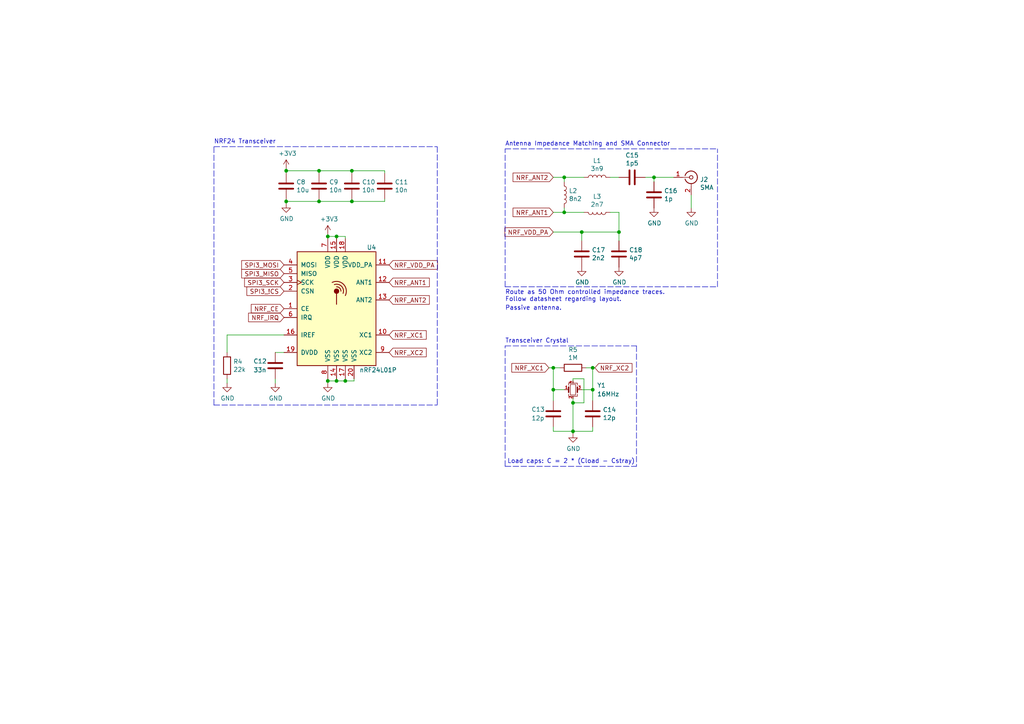
<source format=kicad_sch>
(kicad_sch (version 20211123) (generator eeschema)
  (paper "A4")
  (title_block (date "2022-07-17") (rev "1.0") (company "AeonLabs"))
  (lib_symbols
    (symbol "Connector:Conn_Coaxial" (pin_names (offset 1.016) hide)
      (property "Reference" "J" (at 0.254 3.048 0))
      (property "Value" "Conn_Coaxial" (at 2.921 0 90))
      (symbol "Conn_Coaxial_0_1"
        (arc (start -1.778 -0.508) (mid 0.2311 -1.8066) (end 1.778 0) (stroke (width 0.254)))
        (polyline (pts (xy -2.54 0) (xy -0.508 0)))
        (polyline (pts (xy 0 -2.54) (xy 0 -1.778)))
        (circle (center 0 0) (radius 0.508) (stroke (width 0.2032)))
        (arc (start 1.778 0) (mid 0.2099 1.8101) (end -1.778 0.508) (stroke (width 0.254)))
      )
      (symbol "Conn_Coaxial_1_1"
        (pin passive line (at -5.08 0 0) (length 2.54) (name "In") (number "1"))
        (pin passive line (at 0 -5.08 90) (length 2.54) (name "Ext") (number "2"))
      )
    )
    (symbol "Device:C" (pin_numbers hide) (pin_names (offset 0.254))
      (property "Reference" "C" (at 0.635 2.54 0))
      (property "Value" "C" (at 0.635 -2.54 0))
      (symbol "C_0_1"
        (polyline (pts (xy -2.032 -0.762) (xy 2.032 -0.762)) (stroke (width 0.508)))
        (polyline (pts (xy -2.032 0.762) (xy 2.032 0.762)) (stroke (width 0.508)))
      )
      (symbol "C_1_1"
        (pin passive line (at 0 3.81 270) (length 2.794) (name "~") (number "1"))
        (pin passive line (at 0 -3.81 90) (length 2.794) (name "~") (number "2"))
      )
    )
    (symbol "Device:Crystal_GND24_Small" (pin_names (offset 1.016) hide)
      (property "Reference" "Y" (at 1.27 4.445 0))
      (property "Value" "Crystal_GND24_Small" (at 1.27 2.54 0))
      (symbol "Crystal_GND24_Small_0_1"
        (rectangle (start -0.762 -1.524) (end 0.762 1.524))
        (polyline (pts (xy -1.27 -0.762) (xy -1.27 0.762)) (stroke (width 0.381)))
        (polyline (pts (xy 1.27 -0.762) (xy 1.27 0.762)) (stroke (width 0.381)))
        (polyline (pts (xy -1.27 -1.27) (xy -1.27 -1.905) (xy 1.27 -1.905) (xy 1.27 -1.27)))
        (polyline (pts (xy -1.27 1.27) (xy -1.27 1.905) (xy 1.27 1.905) (xy 1.27 1.27)))
      )
      (symbol "Crystal_GND24_Small_1_1"
        (pin passive line (at -2.54 0 0) (length 1.27) (name "1") (number "1"))
        (pin passive line (at 0 -2.54 90) (length 0.635) (name "2") (number "2"))
        (pin passive line (at 2.54 0 180) (length 1.27) (name "3") (number "3"))
        (pin passive line (at 0 2.54 270) (length 0.635) (name "4") (number "4"))
      )
    )
    (symbol "Device:L" (pin_numbers hide) (pin_names (offset 1.016) hide)
      (property "Reference" "L" (at -1.27 0 90))
      (property "Value" "L" (at 1.905 0 90))
      (symbol "L_0_1"
        (arc (start 0 -2.54) (mid 0.635 -1.905) (end 0 -1.27))
        (arc (start 0 -1.27) (mid 0.635 -0.635) (end 0 0))
        (arc (start 0 0) (mid 0.635 0.635) (end 0 1.27))
        (arc (start 0 1.27) (mid 0.635 1.905) (end 0 2.54))
      )
      (symbol "L_1_1"
        (pin passive line (at 0 3.81 270) (length 1.27) (name "1") (number "1"))
        (pin passive line (at 0 -3.81 90) (length 1.27) (name "2") (number "2"))
      )
    )
    (symbol "Device:R" (pin_numbers hide) (pin_names (offset 0))
      (property "Reference" "R" (at 2.032 0 90))
      (property "Value" "R" (at 0 0 90))
      (symbol "R_0_1"
        (rectangle (start -1.016 -2.54) (end 1.016 2.54) (stroke (width 0.254)))
      )
      (symbol "R_1_1"
        (pin passive line (at 0 3.81 270) (length 1.27) (name "~") (number "1"))
        (pin passive line (at 0 -3.81 90) (length 1.27) (name "~") (number "2"))
      )
    )
    (symbol "RF:nRF24L01P" (pin_names (offset 1.016))
      (property "Reference" "U" (at -11.43 17.78 0))
      (property "Value" "nRF24L01P" (at 5.08 17.78 0))
      (symbol "nRF24L01P_0_1"
        (rectangle (start -11.43 16.51) (end 11.43 -16.51) (stroke (width 0.254)) (fill (type background)))
        (polyline (pts (xy 0 4.445) (xy 0 1.27)) (stroke (width 0.254)))
        (circle (center 0 5.08) (radius 0.635) (stroke (width 0.254)) (fill (type outline)))
        (arc (start 1.27 5.08) (mid 0.9071 5.9946) (end 0 6.35) (stroke (width 0.254)))
        (arc (start 1.905 4.445) (mid 1.4313 6.5254) (end -0.635 6.985) (stroke (width 0.254)))
        (arc (start 2.54 3.81) (mid 2.008 7.088) (end -1.27 7.62) (stroke (width 0.254)))
        (rectangle (start 11.43 -13.97) (end 11.43 -13.97))
      )
      (symbol "nRF24L01P_1_1"
        (pin input line (at -15.24 0 0) (length 3.81) (name "CE") (number "1"))
        (pin passive line (at 15.24 -7.62 180) (length 3.81) (name "XC1") (number "10"))
        (pin power_out line (at 15.24 12.7 180) (length 3.81) (name "VDD_PA") (number "11"))
        (pin passive line (at 15.24 7.62 180) (length 3.81) (name "ANT1") (number "12"))
        (pin passive line (at 15.24 2.54 180) (length 3.81) (name "ANT2") (number "13"))
        (pin power_in line (at 0 -20.32 90) (length 3.81) (name "VSS") (number "14"))
        (pin power_in line (at 0 20.32 270) (length 3.81) (name "VDD") (number "15"))
        (pin passive line (at -15.24 -7.62 0) (length 3.81) (name "IREF") (number "16"))
        (pin power_in line (at 2.54 -20.32 90) (length 3.81) (name "VSS") (number "17"))
        (pin power_in line (at 2.54 20.32 270) (length 3.81) (name "VDD") (number "18"))
        (pin power_out line (at -15.24 -12.7 0) (length 3.81) (name "DVDD") (number "19"))
        (pin input line (at -15.24 5.08 0) (length 3.81) (name "CSN") (number "2"))
        (pin power_in line (at 5.08 -20.32 90) (length 3.81) (name "VSS") (number "20"))
        (pin input clock (at -15.24 7.62 0) (length 3.81) (name "SCK") (number "3"))
        (pin input line (at -15.24 12.7 0) (length 3.81) (name "MOSI") (number "4"))
        (pin output line (at -15.24 10.16 0) (length 3.81) (name "MISO") (number "5"))
        (pin output line (at -15.24 -2.54 0) (length 3.81) (name "IRQ") (number "6"))
        (pin power_in line (at -2.54 20.32 270) (length 3.81) (name "VDD") (number "7"))
        (pin power_in line (at -2.54 -20.32 90) (length 3.81) (name "VSS") (number "8"))
        (pin passive line (at 15.24 -12.7 180) (length 3.81) (name "XC2") (number "9"))
      )
    )
    (symbol "power:+3V3" (power) (pin_names (offset 0))
      (property "Value" "+3V3" (at 0 3.556 0))
      (symbol "+3V3_0_1"
        (polyline (pts (xy -0.762 1.27) (xy 0 2.54)))
        (polyline (pts (xy 0 0) (xy 0 2.54)))
        (polyline (pts (xy 0 2.54) (xy 0.762 1.27)))
      )
      (symbol "+3V3_1_1"
        (pin power_in line (at 0 0 90) (length 0) hide (name "+3V3") (number "1"))
      )
    )
    (symbol "power:GND" (power) (pin_names (offset 0))
      (property "Value" "GND" (at 0 -3.81 0))
      (symbol "GND_0_1"
        (polyline (pts (xy 0 0) (xy 0 -1.27) (xy 1.27 -1.27) (xy 0 -2.54) (xy -1.27 -1.27) (xy 0 -1.27)))
      )
      (symbol "GND_1_1"
        (pin power_in line (at 0 0 270) (length 0) hide (name "GND") (number "1"))
      )
    )
  )
  (junction (at 95.0722 110.49))
  (junction (at 189.6872 51.435))
  (junction (at 166.1922 125.095))
  (junction (at 102.0572 58.42))
  (junction (at 179.5272 67.31))
  (junction (at 83.0072 49.53))
  (junction (at 168.7322 67.31))
  (junction (at 95.0722 68.58))
  (junction (at 97.6122 68.58))
  (junction (at 160.4772 106.68))
  (junction (at 92.5322 58.42))
  (junction (at 171.9072 113.03))
  (junction (at 160.4772 113.03))
  (junction (at 83.0072 58.42))
  (junction (at 163.6522 51.435))
  (junction (at 102.0572 49.53))
  (junction (at 100.1522 110.49))
  (junction (at 92.5322 49.53))
  (junction (at 166.1922 116.84))
  (junction (at 97.6122 110.49))
  (junction (at 163.6522 61.595))
  (junction (at 171.9072 106.68))
  (wire (pts (xy 163.6522 51.435) (xy 163.6522 52.705)))
  (wire (pts (xy 111.5822 50.165) (xy 111.5822 49.53)))
  (wire (pts (xy 97.6122 68.58) (xy 95.0722 68.58)))
  (wire (pts (xy 168.7322 67.31) (xy 160.4772 67.31)))
  (wire (pts (xy 179.5272 61.595) (xy 176.9872 61.595)))
  (wire (pts (xy 172.5422 106.68) (xy 171.9072 106.68)))
  (wire (pts (xy 179.5272 51.435) (xy 176.9872 51.435)))
  (wire (pts (xy 159.2072 106.68) (xy 160.4772 106.68)))
  (wire (pts (xy 169.3672 116.84) (xy 166.1922 116.84)))
  (wire (pts (xy 102.0572 57.785) (xy 102.0572 58.42)))
  (wire (pts (xy 92.5322 57.785) (xy 92.5322 58.42)))
  (wire (pts (xy 160.4772 61.595) (xy 163.6522 61.595)))
  (wire (pts (xy 92.5322 50.165) (xy 92.5322 49.53)))
  (polyline (pts (xy 146.5072 43.18) (xy 208.1022 43.18)))
  (polyline (pts (xy 146.5072 83.185) (xy 208.1022 83.185)))
  (polyline (pts (xy 184.6072 100.33) (xy 184.6072 135.255)))
  (wire (pts (xy 163.6522 61.595) (xy 163.6522 60.325)))
  (wire (pts (xy 169.3672 51.435) (xy 163.6522 51.435)))
  (wire (pts (xy 97.6122 110.49) (xy 95.0722 110.49)))
  (polyline (pts (xy 146.5072 100.33) (xy 184.6072 100.33)))
  (wire (pts (xy 111.5822 49.53) (xy 102.0572 49.53)))
  (wire (pts (xy 111.5822 58.42) (xy 111.5822 57.785)))
  (polyline (pts (xy 126.8222 42.545) (xy 126.8222 117.475)))
  (wire (pts (xy 160.4772 106.68) (xy 160.4772 113.03)))
  (wire (pts (xy 171.9072 125.095) (xy 171.9072 123.825)))
  (wire (pts (xy 102.0572 50.165) (xy 102.0572 49.53)))
  (wire (pts (xy 171.9072 116.205) (xy 171.9072 113.03)))
  (wire (pts (xy 160.4772 113.03) (xy 163.6522 113.03)))
  (wire (pts (xy 97.6122 109.855) (xy 97.6122 110.49)))
  (wire (pts (xy 97.6122 69.215) (xy 97.6122 68.58)))
  (polyline (pts (xy 146.5072 83.185) (xy 146.5072 43.18)))
  (wire (pts (xy 95.0722 68.58) (xy 95.0722 67.945)))
  (wire (pts (xy 166.1922 115.57) (xy 166.1922 116.84)))
  (wire (pts (xy 189.6872 52.705) (xy 189.6872 51.435)))
  (wire (pts (xy 79.8322 111.125) (xy 79.8322 109.855)))
  (wire (pts (xy 65.8622 102.235) (xy 65.8622 97.155)))
  (wire (pts (xy 92.5322 58.42) (xy 102.0572 58.42)))
  (wire (pts (xy 102.6922 110.49) (xy 100.1522 110.49)))
  (wire (pts (xy 189.6872 51.435) (xy 187.1472 51.435)))
  (wire (pts (xy 166.1922 116.84) (xy 166.1922 125.095)))
  (wire (pts (xy 160.4772 51.435) (xy 163.6522 51.435)))
  (wire (pts (xy 200.4822 60.325) (xy 200.4822 56.515)))
  (wire (pts (xy 83.0072 58.42) (xy 83.0072 57.785)))
  (wire (pts (xy 170.0022 106.68) (xy 171.9072 106.68)))
  (wire (pts (xy 95.0722 110.49) (xy 95.0722 109.855)))
  (wire (pts (xy 65.8622 97.155) (xy 82.3722 97.155)))
  (polyline (pts (xy 62.0522 42.545) (xy 126.8222 42.545)))
  (wire (pts (xy 168.7322 113.03) (xy 171.9072 113.03)))
  (wire (pts (xy 195.4022 51.435) (xy 189.6872 51.435)))
  (wire (pts (xy 162.3822 106.68) (xy 160.4772 106.68)))
  (wire (pts (xy 95.0722 69.215) (xy 95.0722 68.58)))
  (wire (pts (xy 168.7322 69.85) (xy 168.7322 67.31)))
  (wire (pts (xy 102.6922 109.855) (xy 102.6922 110.49)))
  (wire (pts (xy 166.1922 125.73) (xy 166.1922 125.095)))
  (wire (pts (xy 83.0072 59.055) (xy 83.0072 58.42)))
  (wire (pts (xy 179.5272 61.595) (xy 179.5272 67.31)))
  (wire (pts (xy 169.3672 61.595) (xy 163.6522 61.595)))
  (wire (pts (xy 160.4772 113.03) (xy 160.4772 116.205)))
  (wire (pts (xy 83.0072 49.53) (xy 83.0072 48.895)))
  (wire (pts (xy 79.8322 102.235) (xy 82.3722 102.235)))
  (polyline (pts (xy 146.5072 135.255) (xy 184.6072 135.255)))
  (wire (pts (xy 100.1522 110.49) (xy 97.6122 110.49)))
  (wire (pts (xy 160.4772 125.095) (xy 160.4772 123.825)))
  (wire (pts (xy 100.1522 68.58) (xy 97.6122 68.58)))
  (wire (pts (xy 166.1922 109.855) (xy 169.3672 109.855)))
  (wire (pts (xy 169.3672 109.855) (xy 169.3672 116.84)))
  (wire (pts (xy 171.9072 106.68) (xy 171.9072 113.03)))
  (wire (pts (xy 95.0722 111.125) (xy 95.0722 110.49)))
  (wire (pts (xy 100.1522 69.215) (xy 100.1522 68.58)))
  (wire (pts (xy 166.1922 110.49) (xy 166.1922 109.855)))
  (wire (pts (xy 168.7322 67.31) (xy 179.5272 67.31)))
  (wire (pts (xy 166.1922 125.095) (xy 160.4772 125.095)))
  (wire (pts (xy 179.5272 67.31) (xy 179.5272 69.85)))
  (wire (pts (xy 83.0072 50.165) (xy 83.0072 49.53)))
  (wire (pts (xy 100.1522 109.855) (xy 100.1522 110.49)))
  (polyline (pts (xy 62.0522 117.475) (xy 126.8222 117.475)))
  (wire (pts (xy 102.0572 49.53) (xy 92.5322 49.53)))
  (wire (pts (xy 83.0072 58.42) (xy 92.5322 58.42)))
  (wire (pts (xy 92.5322 49.53) (xy 83.0072 49.53)))
  (polyline (pts (xy 208.1022 83.185) (xy 208.1022 43.18)))
  (wire (pts (xy 102.0572 58.42) (xy 111.5822 58.42)))
  (polyline (pts (xy 146.5072 135.255) (xy 146.5072 100.33)))
  (wire (pts (xy 166.1922 125.095) (xy 171.9072 125.095)))
  (wire (pts (xy 65.8622 111.125) (xy 65.8622 109.855)))
  (polyline (pts (xy 62.0522 117.475) (xy 62.0522 42.545)))
  (text "Route as 50 Ohm controlled impedance traces.\nFollow datasheet regarding layout." (at 146.5072 87.63 0) (effects (font (size 1.27 1.27)) (justify left bottom)))
  (text "Load caps: C = 2 * (Cload - Cstray)" (at 147.1422 134.62 0) (effects (font (size 1.27 1.27)) (justify left bottom)))
  (text "Transceiver Crystal" (at 146.5072 99.695 0) (effects (font (size 1.27 1.27)) (justify left bottom)))
  (text "NRF24 Transceiver" (at 62.0522 41.91 0) (effects (font (size 1.27 1.27)) (justify left bottom)))
  (text "Passive antenna." (at 146.5072 90.17 0) (effects (font (size 1.27 1.27)) (justify left bottom)))
  (text "Antenna Impedance Matching and SMA Connector" (at 146.5072 42.545 0) (effects (font (size 1.27 1.27)) (justify left bottom)))
  (global_label "NRF_ANT2" (shape input) (at 160.4772 51.435 180) (property "Intersheet References" "${INTERSHEET_REFS}" (effects hide)))
  (global_label "NRF_VDD_PA" (shape input) (at 160.4772 67.31 180) (property "Intersheet References" "${INTERSHEET_REFS}" (effects hide)))
  (global_label "SPI3_MISO" (shape input) (at 82.3722 79.375 180) (property "Intersheet References" "${INTERSHEET_REFS}" (effects hide)))
  (global_label "NRF_XC2" (shape input) (at 112.8522 102.235 0) (property "Intersheet References" "${INTERSHEET_REFS}" (effects hide)))
  (global_label "NRF_XC1" (shape input) (at 159.2072 106.68 180) (property "Intersheet References" "${INTERSHEET_REFS}" (effects hide)))
  (global_label "NRF_ANT1" (shape input) (at 112.8522 81.915 0) (property "Intersheet References" "${INTERSHEET_REFS}" (effects hide)))
  (global_label "NRF_ANT2" (shape input) (at 112.8522 86.995 0) (property "Intersheet References" "${INTERSHEET_REFS}" (effects hide)))
  (global_label "NRF_CE" (shape input) (at 82.3722 89.535 180) (property "Intersheet References" "${INTERSHEET_REFS}" (effects hide)))
  (global_label "NRF_XC2" (shape input) (at 172.5422 106.68 0) (property "Intersheet References" "${INTERSHEET_REFS}" (effects hide)))
  (global_label "SPI3_SCK" (shape input) (at 82.3722 81.915 180) (property "Intersheet References" "${INTERSHEET_REFS}" (effects hide)))
  (global_label "SPI3_!CS" (shape input) (at 82.3722 84.455 180) (property "Intersheet References" "${INTERSHEET_REFS}" (effects hide)))
  (global_label "NRF_IRQ" (shape input) (at 82.3722 92.075 180) (property "Intersheet References" "${INTERSHEET_REFS}" (effects hide)))
  (global_label "NRF_VDD_PA" (shape input) (at 112.8522 76.835 0) (property "Intersheet References" "${INTERSHEET_REFS}" (effects hide)))
  (global_label "NRF_ANT1" (shape input) (at 160.4772 61.595 180) (property "Intersheet References" "${INTERSHEET_REFS}" (effects hide)))
  (global_label "SPI3_MOSI" (shape input) (at 82.3722 76.835 180) (property "Intersheet References" "${INTERSHEET_REFS}" (effects hide)))
  (global_label "NRF_XC1" (shape input) (at 112.8522 97.155 0) (property "Intersheet References" "${INTERSHEET_REFS}" (effects hide)))
  (symbol (lib_id "RF:nRF24L01P") (at 97.6122 89.535 0) (unit 1)
    (property "Reference" "U4" (at 107.7722 71.755 0))
    (property "Value" "nRF24L01P" (at 109.6772 107.315 0))
    (property "Footprint" "Package_DFN_QFN:QFN-20-1EP_4x4mm_P0.5mm_EP2.5x2.5mm" (effects hide))
    (property "Datasheet" "http://www.nordicsemi.com/eng/content/download/2726/34069/file/nRF24L01P_Product_Specification_1_0.pdf" (effects hide))
  )
  (symbol (lib_id "power:GND") (at 95.0722 111.125 0) (unit 1)
    (property "Reference" "#PWR024" (effects hide))
    (property "Value" "GND" (at 95.1992 115.5192 0))
  )
  (symbol (lib_id "power:GND") (at 65.8622 111.125 0) (unit 1)
    (property "Reference" "#PWR0101" (effects hide))
    (property "Value" "GND" (at 65.9892 115.5192 0))
  )
  (symbol (lib_id "power:+3V3") (at 95.0722 67.945 0) (unit 1)
    (property "Reference" "#PWR019" (effects hide))
    (property "Value" "+3V3" (at 95.4532 63.5508 0))
  )
  (symbol (lib_id "Device:R") (at 65.8622 106.045 0) (unit 1)
    (property "Reference" "R4" (at 67.6402 104.8766 0) (effects (justify left)))
    (property "Value" "22k" (at 67.6402 107.188 0) (effects (justify left)))
    (property "Footprint" "Resistor_SMD:R_0805_2012Metric" (effects hide))
  )
  (symbol (lib_id "Device:Crystal_GND24_Small") (at 166.1922 113.03 0) (unit 1)
    (property "Reference" "Y1" (at 173.1772 111.76 0) (effects (justify left)))
    (property "Value" "16MHz" (at 173.1772 114.3 0) (effects (justify left)))
    (property "Footprint" "Crystal:Crystal_SMD_3225-4Pin_3.2x2.5mm" (effects hide))
  )
  (symbol (lib_id "Device:C") (at 171.9072 120.015 0) (unit 1)
    (property "Reference" "C14" (at 174.8282 118.8466 0) (effects (justify left)))
    (property "Value" "12p" (at 174.8282 121.158 0) (effects (justify left)))
    (property "Footprint" "Capacitor_SMD:C_0805_2012Metric" (effects hide))
  )
  (symbol (lib_id "Device:C") (at 160.4772 120.015 0) (unit 1)
    (property "Reference" "C13" (at 154.1272 118.745 0) (effects (justify left)))
    (property "Value" "12p" (at 154.1272 121.285 0) (effects (justify left)))
    (property "Footprint" "Capacitor_SMD:C_0805_2012Metric" (effects hide))
  )
  (symbol (lib_id "power:GND") (at 166.1922 125.73 0) (unit 1)
    (property "Reference" "#PWR025" (effects hide))
    (property "Value" "GND" (at 166.3192 130.1242 0))
  )
  (symbol (lib_id "Device:R") (at 166.1922 106.68 270) (unit 1)
    (property "Reference" "R5" (at 166.1922 101.4222 90))
    (property "Value" "1M" (at 166.1922 103.7336 90))
    (property "Footprint" "Resistor_SMD:R_0805_2012Metric" (effects hide))
  )
  (symbol (lib_id "Device:C") (at 79.8322 106.045 0) (unit 1)
    (property "Reference" "C12" (at 73.4822 104.775 0) (effects (justify left)))
    (property "Value" "33n" (at 73.4822 107.315 0) (effects (justify left)))
    (property "Footprint" "Capacitor_SMD:C_0805_2012Metric" (effects hide))
  )
  (symbol (lib_id "power:GND") (at 79.8322 111.125 0) (unit 1)
    (property "Reference" "#PWR023" (effects hide))
    (property "Value" "GND" (at 79.9592 115.5192 0))
  )
  (symbol (lib_id "Device:C") (at 92.5322 53.975 0) (unit 1)
    (property "Reference" "C9" (at 95.4532 52.8066 0) (effects (justify left)))
    (property "Value" "10n" (at 95.4532 55.118 0) (effects (justify left)))
    (property "Footprint" "Capacitor_SMD:C_0805_2012Metric" (effects hide))
  )
  (symbol (lib_id "Device:C") (at 102.0572 53.975 0) (unit 1)
    (property "Reference" "C10" (at 104.9782 52.8066 0) (effects (justify left)))
    (property "Value" "10n" (at 104.9782 55.118 0) (effects (justify left)))
    (property "Footprint" "Capacitor_SMD:C_0805_2012Metric" (effects hide))
  )
  (symbol (lib_id "Device:C") (at 111.5822 53.975 0) (unit 1)
    (property "Reference" "C11" (at 114.5032 52.8066 0) (effects (justify left)))
    (property "Value" "10n" (at 114.5032 55.118 0) (effects (justify left)))
    (property "Footprint" "Capacitor_SMD:C_0805_2012Metric" (effects hide))
  )
  (symbol (lib_id "Device:C") (at 83.0072 53.975 0) (unit 1)
    (property "Reference" "C8" (at 85.9282 52.8066 0) (effects (justify left)))
    (property "Value" "10u" (at 85.9282 55.118 0) (effects (justify left)))
    (property "Footprint" "Capacitor_SMD:C_0805_2012Metric" (effects hide))
  )
  (symbol (lib_id "power:+3V3") (at 83.0072 48.895 0) (unit 1)
    (property "Reference" "#PWR014" (effects hide))
    (property "Value" "+3V3" (at 83.3882 44.5008 0))
  )
  (symbol (lib_id "power:GND") (at 83.0072 59.055 0) (unit 1)
    (property "Reference" "#PWR016" (effects hide))
    (property "Value" "GND" (at 83.1342 63.4492 0))
  )
  (symbol (lib_id "Device:L") (at 163.6522 56.515 0) (unit 1)
    (property "Reference" "L2" (at 164.973 55.3466 0) (effects (justify left)))
    (property "Value" "8n2" (at 164.973 57.658 0) (effects (justify left)))
    (property "Footprint" "Inductor_SMD:L_0805_2012Metric" (effects hide))
  )
  (symbol (lib_id "Device:L") (at 173.1772 51.435 90) (unit 1)
    (property "Reference" "L1" (at 173.1772 46.609 90))
    (property "Value" "3n9" (at 173.1772 48.9204 90))
    (property "Footprint" "Inductor_SMD:L_0805_2012Metric" (effects hide))
  )
  (symbol (lib_id "Device:L") (at 173.1772 61.595 270) (unit 1)
    (property "Reference" "L3" (at 173.1772 56.9976 90))
    (property "Value" "2n7" (at 173.1772 59.309 90))
    (property "Footprint" "Inductor_SMD:L_0805_2012Metric" (effects hide))
  )
  (symbol (lib_id "Device:C") (at 183.3372 51.435 270) (unit 1)
    (property "Reference" "C15" (at 183.3372 45.0342 90))
    (property "Value" "1p5" (at 183.3372 47.3456 90))
    (property "Footprint" "Capacitor_SMD:C_0805_2012Metric" (effects hide))
  )
  (symbol (lib_id "Device:C") (at 189.6872 56.515 180) (unit 1)
    (property "Reference" "C16" (at 192.6082 55.3466 0) (effects (justify right)))
    (property "Value" "1p" (at 192.6082 57.658 0) (effects (justify right)))
    (property "Footprint" "Capacitor_SMD:C_0805_2012Metric" (effects hide))
  )
  (symbol (lib_id "power:GND") (at 189.6872 60.325 0) (unit 1)
    (property "Reference" "#PWR017" (effects hide))
    (property "Value" "GND" (at 189.8142 64.7192 0))
  )
  (symbol (lib_id "Device:C") (at 179.5272 73.66 180) (unit 1)
    (property "Reference" "C18" (at 182.4482 72.4916 0) (effects (justify right)))
    (property "Value" "4p7" (at 182.4482 74.803 0) (effects (justify right)))
    (property "Footprint" "Capacitor_SMD:C_0805_2012Metric" (effects hide))
  )
  (symbol (lib_id "power:GND") (at 179.5272 77.47 0) (unit 1)
    (property "Reference" "#PWR021" (effects hide))
    (property "Value" "GND" (at 179.6542 81.8642 0))
  )
  (symbol (lib_id "Device:C") (at 168.7322 73.66 180) (unit 1)
    (property "Reference" "C17" (at 171.6532 72.4916 0) (effects (justify right)))
    (property "Value" "2n2" (at 171.6532 74.803 0) (effects (justify right)))
    (property "Footprint" "Capacitor_SMD:C_0805_2012Metric" (effects hide))
  )
  (symbol (lib_id "power:GND") (at 168.7322 77.47 0) (unit 1)
    (property "Reference" "#PWR020" (effects hide))
    (property "Value" "GND" (at 168.8592 81.8642 0))
  )
  (symbol (lib_id "Connector:Conn_Coaxial") (at 200.4822 51.435 0) (unit 1)
    (property "Reference" "J2" (at 203.0222 52.07 0) (effects (justify left)))
    (property "Value" "SMA" (at 203.0222 54.3814 0) (effects (justify left)))
    (property "Footprint" "Connector_Coaxial:SMA_Samtec_SMA-J-P-X-ST-EM1_EdgeMount" (effects hide))
    (property "Datasheet" " ~" (effects hide))
  )
  (symbol (lib_id "power:GND") (at 200.4822 60.325 0) (unit 1)
    (property "Reference" "#PWR018" (effects hide))
    (property "Value" "GND" (at 200.6092 64.7192 0))
  )
)
</source>
